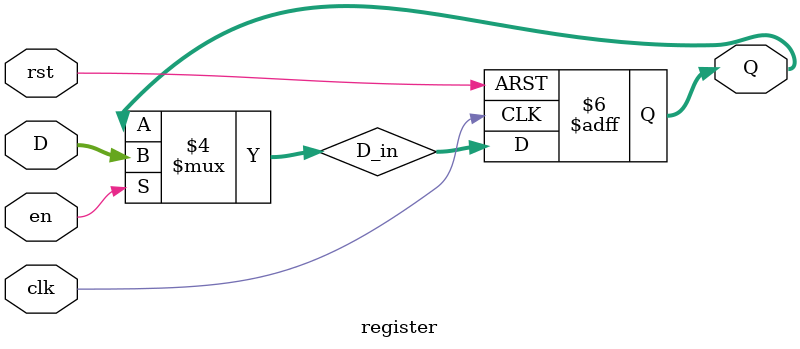
<source format=sv>
module register #(parameter WIDTH = 32)
(
    input logic rst, 
    // input logic set,
    input logic en,  
    input logic clk,    
    input logic [WIDTH-1:0] D,
    output logic [WIDTH-1:0] Q
);

    logic [WIDTH-1:0] D_in;

    // Combinational logic to determine D_in
    always_comb begin
        if (en)
            D_in = D;
        else
            D_in = Q;
    end

    // Sequential logic to update Q on the rising edge of the clock
    always_ff @(posedge clk or posedge rst) begin
        if (rst)
            Q <= 0;
        else
            Q <= D_in;
    end

endmodule


</source>
